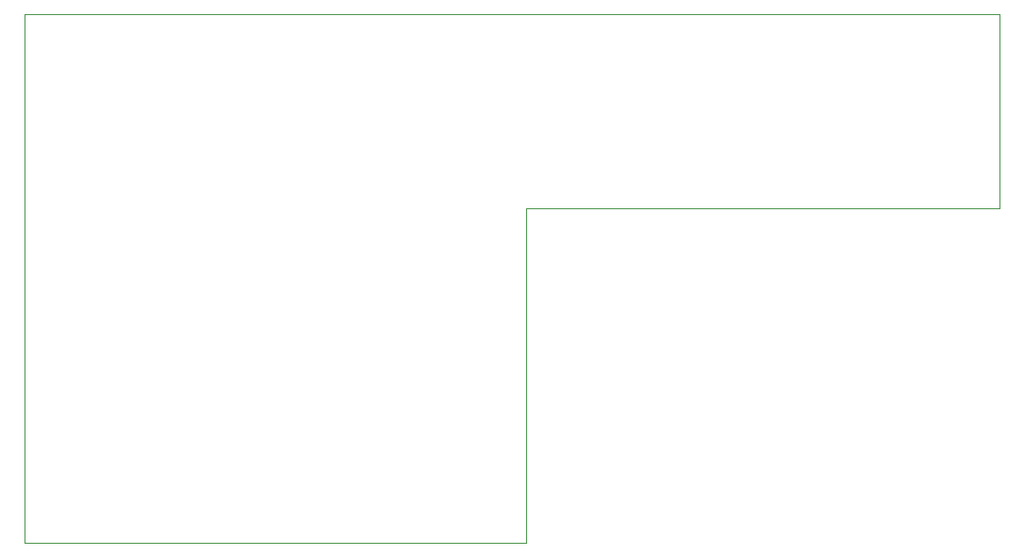
<source format=gm1>
G04 #@! TF.GenerationSoftware,KiCad,Pcbnew,(5.1.2)-1*
G04 #@! TF.CreationDate,2022-03-08T20:05:08-05:00*
G04 #@! TF.ProjectId,telemetry_receiver,74656c65-6d65-4747-9279-5f7265636569,rev?*
G04 #@! TF.SameCoordinates,Original*
G04 #@! TF.FileFunction,Profile,NP*
%FSLAX46Y46*%
G04 Gerber Fmt 4.6, Leading zero omitted, Abs format (unit mm)*
G04 Created by KiCad (PCBNEW (5.1.2)-1) date 2022-03-08 20:05:08*
%MOMM*%
%LPD*%
G04 APERTURE LIST*
%ADD10C,0.050000*%
G04 APERTURE END LIST*
D10*
X176500000Y-86500000D02*
X176500000Y-69000000D01*
X161500000Y-69000000D02*
X176500000Y-69000000D01*
X134000000Y-86500000D02*
X134000000Y-116500000D01*
X134000000Y-86500000D02*
X176500000Y-86500000D01*
X89000000Y-69000000D02*
X89000000Y-70000000D01*
X161500000Y-69000000D02*
X89000000Y-69000000D01*
X89000000Y-116500000D02*
X134000000Y-116500000D01*
X89000000Y-70000000D02*
X89000000Y-116500000D01*
M02*

</source>
